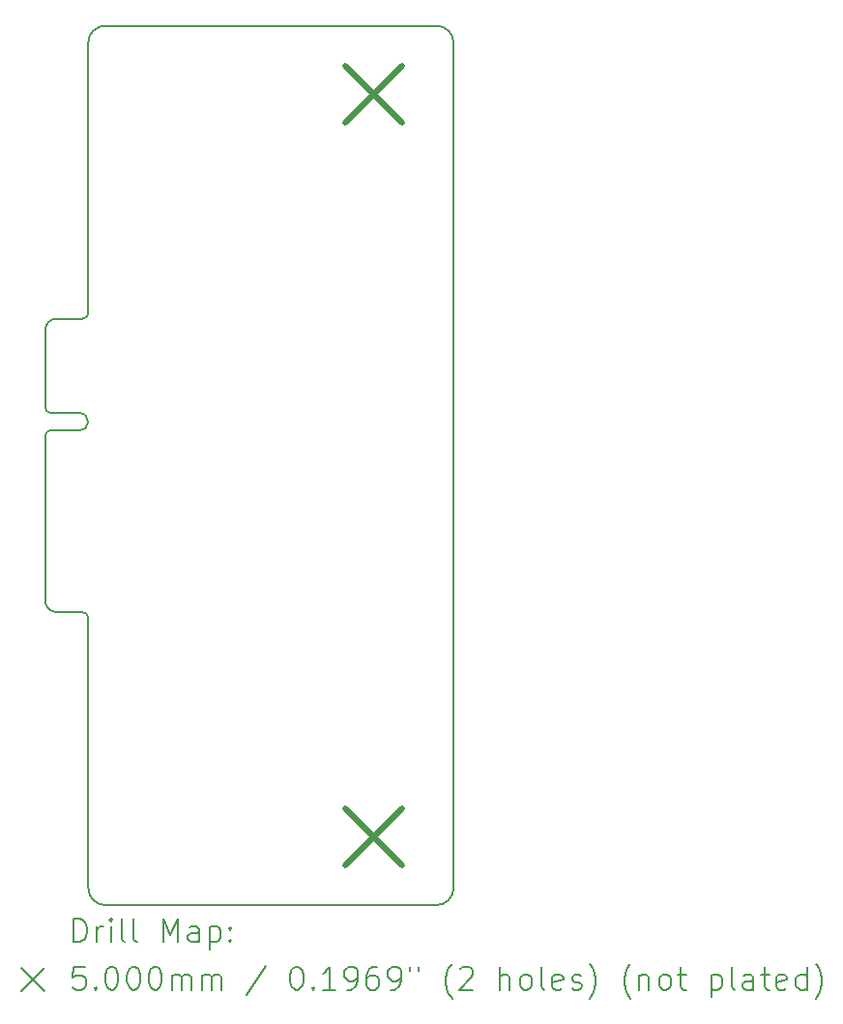
<source format=gbr>
%TF.GenerationSoftware,KiCad,Pcbnew,9.0.2*%
%TF.CreationDate,2025-06-24T15:08:36-04:00*%
%TF.ProjectId,uconsole-expansion-card-template,75636f6e-736f-46c6-952d-657870616e73,0.1*%
%TF.SameCoordinates,Original*%
%TF.FileFunction,Drillmap*%
%TF.FilePolarity,Positive*%
%FSLAX45Y45*%
G04 Gerber Fmt 4.5, Leading zero omitted, Abs format (unit mm)*
G04 Created by KiCad (PCBNEW 9.0.2) date 2025-06-24 15:08:36*
%MOMM*%
%LPD*%
G01*
G04 APERTURE LIST*
%ADD10C,0.200000*%
%ADD11C,0.500000*%
G04 APERTURE END LIST*
D10*
X8361500Y-11335000D02*
G75*
G02*
X8261500Y-11235000I0J100000D01*
G01*
X11688500Y-13900000D02*
X8788500Y-13900000D01*
X11688500Y-6200000D02*
G75*
G02*
X11838500Y-6350000I0J-150000D01*
G01*
X8261500Y-8865000D02*
G75*
G02*
X8361500Y-8765000I100000J0D01*
G01*
X8361500Y-8765000D02*
X8588500Y-8765000D01*
X8638500Y-13750000D02*
X8638500Y-11385000D01*
X8638500Y-8715000D02*
X8638500Y-6350000D01*
X8261500Y-11235000D02*
X8261500Y-9792000D01*
X8788500Y-6200000D02*
X11688500Y-6200000D01*
X11838500Y-6350000D02*
X11838500Y-13750000D01*
X8261500Y-9792000D02*
G75*
G02*
X8311500Y-9742000I50000J0D01*
G01*
X8561500Y-9592000D02*
G75*
G02*
X8561500Y-9742000I0J-75000D01*
G01*
X8638500Y-8715000D02*
G75*
G02*
X8588500Y-8765000I-50000J0D01*
G01*
X8561500Y-9742000D02*
X8311500Y-9742000D01*
X8311500Y-9592000D02*
G75*
G02*
X8261500Y-9542000I0J50000D01*
G01*
X8638500Y-6350000D02*
G75*
G02*
X8788500Y-6200000I150000J0D01*
G01*
X8261500Y-9542000D02*
X8261500Y-8865000D01*
X8588500Y-11335000D02*
G75*
G02*
X8638500Y-11385000I0J-50000D01*
G01*
X8588500Y-11335000D02*
X8361500Y-11335000D01*
X8311500Y-9592000D02*
X8561500Y-9592000D01*
X8788500Y-13900000D02*
G75*
G02*
X8638500Y-13750000I0J150000D01*
G01*
X11838500Y-13750000D02*
G75*
G02*
X11688500Y-13900000I-150000J0D01*
G01*
D11*
X10888500Y-6550000D02*
X11388500Y-7050000D01*
X11388500Y-6550000D02*
X10888500Y-7050000D01*
X10888500Y-13050000D02*
X11388500Y-13550000D01*
X11388500Y-13050000D02*
X10888500Y-13550000D01*
D10*
X8512277Y-14221484D02*
X8512277Y-14021484D01*
X8512277Y-14021484D02*
X8559896Y-14021484D01*
X8559896Y-14021484D02*
X8588467Y-14031008D01*
X8588467Y-14031008D02*
X8607515Y-14050055D01*
X8607515Y-14050055D02*
X8617039Y-14069103D01*
X8617039Y-14069103D02*
X8626563Y-14107198D01*
X8626563Y-14107198D02*
X8626563Y-14135769D01*
X8626563Y-14135769D02*
X8617039Y-14173865D01*
X8617039Y-14173865D02*
X8607515Y-14192912D01*
X8607515Y-14192912D02*
X8588467Y-14211960D01*
X8588467Y-14211960D02*
X8559896Y-14221484D01*
X8559896Y-14221484D02*
X8512277Y-14221484D01*
X8712277Y-14221484D02*
X8712277Y-14088150D01*
X8712277Y-14126246D02*
X8721801Y-14107198D01*
X8721801Y-14107198D02*
X8731324Y-14097674D01*
X8731324Y-14097674D02*
X8750372Y-14088150D01*
X8750372Y-14088150D02*
X8769420Y-14088150D01*
X8836086Y-14221484D02*
X8836086Y-14088150D01*
X8836086Y-14021484D02*
X8826563Y-14031008D01*
X8826563Y-14031008D02*
X8836086Y-14040531D01*
X8836086Y-14040531D02*
X8845610Y-14031008D01*
X8845610Y-14031008D02*
X8836086Y-14021484D01*
X8836086Y-14021484D02*
X8836086Y-14040531D01*
X8959896Y-14221484D02*
X8940848Y-14211960D01*
X8940848Y-14211960D02*
X8931324Y-14192912D01*
X8931324Y-14192912D02*
X8931324Y-14021484D01*
X9064658Y-14221484D02*
X9045610Y-14211960D01*
X9045610Y-14211960D02*
X9036086Y-14192912D01*
X9036086Y-14192912D02*
X9036086Y-14021484D01*
X9293229Y-14221484D02*
X9293229Y-14021484D01*
X9293229Y-14021484D02*
X9359896Y-14164341D01*
X9359896Y-14164341D02*
X9426563Y-14021484D01*
X9426563Y-14021484D02*
X9426563Y-14221484D01*
X9607515Y-14221484D02*
X9607515Y-14116722D01*
X9607515Y-14116722D02*
X9597991Y-14097674D01*
X9597991Y-14097674D02*
X9578944Y-14088150D01*
X9578944Y-14088150D02*
X9540848Y-14088150D01*
X9540848Y-14088150D02*
X9521801Y-14097674D01*
X9607515Y-14211960D02*
X9588467Y-14221484D01*
X9588467Y-14221484D02*
X9540848Y-14221484D01*
X9540848Y-14221484D02*
X9521801Y-14211960D01*
X9521801Y-14211960D02*
X9512277Y-14192912D01*
X9512277Y-14192912D02*
X9512277Y-14173865D01*
X9512277Y-14173865D02*
X9521801Y-14154817D01*
X9521801Y-14154817D02*
X9540848Y-14145293D01*
X9540848Y-14145293D02*
X9588467Y-14145293D01*
X9588467Y-14145293D02*
X9607515Y-14135769D01*
X9702753Y-14088150D02*
X9702753Y-14288150D01*
X9702753Y-14097674D02*
X9721801Y-14088150D01*
X9721801Y-14088150D02*
X9759896Y-14088150D01*
X9759896Y-14088150D02*
X9778944Y-14097674D01*
X9778944Y-14097674D02*
X9788467Y-14107198D01*
X9788467Y-14107198D02*
X9797991Y-14126246D01*
X9797991Y-14126246D02*
X9797991Y-14183388D01*
X9797991Y-14183388D02*
X9788467Y-14202436D01*
X9788467Y-14202436D02*
X9778944Y-14211960D01*
X9778944Y-14211960D02*
X9759896Y-14221484D01*
X9759896Y-14221484D02*
X9721801Y-14221484D01*
X9721801Y-14221484D02*
X9702753Y-14211960D01*
X9883705Y-14202436D02*
X9893229Y-14211960D01*
X9893229Y-14211960D02*
X9883705Y-14221484D01*
X9883705Y-14221484D02*
X9874182Y-14211960D01*
X9874182Y-14211960D02*
X9883705Y-14202436D01*
X9883705Y-14202436D02*
X9883705Y-14221484D01*
X9883705Y-14097674D02*
X9893229Y-14107198D01*
X9893229Y-14107198D02*
X9883705Y-14116722D01*
X9883705Y-14116722D02*
X9874182Y-14107198D01*
X9874182Y-14107198D02*
X9883705Y-14097674D01*
X9883705Y-14097674D02*
X9883705Y-14116722D01*
X8051500Y-14450000D02*
X8251500Y-14650000D01*
X8251500Y-14450000D02*
X8051500Y-14650000D01*
X8607515Y-14441484D02*
X8512277Y-14441484D01*
X8512277Y-14441484D02*
X8502753Y-14536722D01*
X8502753Y-14536722D02*
X8512277Y-14527198D01*
X8512277Y-14527198D02*
X8531324Y-14517674D01*
X8531324Y-14517674D02*
X8578944Y-14517674D01*
X8578944Y-14517674D02*
X8597991Y-14527198D01*
X8597991Y-14527198D02*
X8607515Y-14536722D01*
X8607515Y-14536722D02*
X8617039Y-14555769D01*
X8617039Y-14555769D02*
X8617039Y-14603388D01*
X8617039Y-14603388D02*
X8607515Y-14622436D01*
X8607515Y-14622436D02*
X8597991Y-14631960D01*
X8597991Y-14631960D02*
X8578944Y-14641484D01*
X8578944Y-14641484D02*
X8531324Y-14641484D01*
X8531324Y-14641484D02*
X8512277Y-14631960D01*
X8512277Y-14631960D02*
X8502753Y-14622436D01*
X8702753Y-14622436D02*
X8712277Y-14631960D01*
X8712277Y-14631960D02*
X8702753Y-14641484D01*
X8702753Y-14641484D02*
X8693229Y-14631960D01*
X8693229Y-14631960D02*
X8702753Y-14622436D01*
X8702753Y-14622436D02*
X8702753Y-14641484D01*
X8836086Y-14441484D02*
X8855134Y-14441484D01*
X8855134Y-14441484D02*
X8874182Y-14451008D01*
X8874182Y-14451008D02*
X8883705Y-14460531D01*
X8883705Y-14460531D02*
X8893229Y-14479579D01*
X8893229Y-14479579D02*
X8902753Y-14517674D01*
X8902753Y-14517674D02*
X8902753Y-14565293D01*
X8902753Y-14565293D02*
X8893229Y-14603388D01*
X8893229Y-14603388D02*
X8883705Y-14622436D01*
X8883705Y-14622436D02*
X8874182Y-14631960D01*
X8874182Y-14631960D02*
X8855134Y-14641484D01*
X8855134Y-14641484D02*
X8836086Y-14641484D01*
X8836086Y-14641484D02*
X8817039Y-14631960D01*
X8817039Y-14631960D02*
X8807515Y-14622436D01*
X8807515Y-14622436D02*
X8797991Y-14603388D01*
X8797991Y-14603388D02*
X8788467Y-14565293D01*
X8788467Y-14565293D02*
X8788467Y-14517674D01*
X8788467Y-14517674D02*
X8797991Y-14479579D01*
X8797991Y-14479579D02*
X8807515Y-14460531D01*
X8807515Y-14460531D02*
X8817039Y-14451008D01*
X8817039Y-14451008D02*
X8836086Y-14441484D01*
X9026563Y-14441484D02*
X9045610Y-14441484D01*
X9045610Y-14441484D02*
X9064658Y-14451008D01*
X9064658Y-14451008D02*
X9074182Y-14460531D01*
X9074182Y-14460531D02*
X9083705Y-14479579D01*
X9083705Y-14479579D02*
X9093229Y-14517674D01*
X9093229Y-14517674D02*
X9093229Y-14565293D01*
X9093229Y-14565293D02*
X9083705Y-14603388D01*
X9083705Y-14603388D02*
X9074182Y-14622436D01*
X9074182Y-14622436D02*
X9064658Y-14631960D01*
X9064658Y-14631960D02*
X9045610Y-14641484D01*
X9045610Y-14641484D02*
X9026563Y-14641484D01*
X9026563Y-14641484D02*
X9007515Y-14631960D01*
X9007515Y-14631960D02*
X8997991Y-14622436D01*
X8997991Y-14622436D02*
X8988467Y-14603388D01*
X8988467Y-14603388D02*
X8978944Y-14565293D01*
X8978944Y-14565293D02*
X8978944Y-14517674D01*
X8978944Y-14517674D02*
X8988467Y-14479579D01*
X8988467Y-14479579D02*
X8997991Y-14460531D01*
X8997991Y-14460531D02*
X9007515Y-14451008D01*
X9007515Y-14451008D02*
X9026563Y-14441484D01*
X9217039Y-14441484D02*
X9236086Y-14441484D01*
X9236086Y-14441484D02*
X9255134Y-14451008D01*
X9255134Y-14451008D02*
X9264658Y-14460531D01*
X9264658Y-14460531D02*
X9274182Y-14479579D01*
X9274182Y-14479579D02*
X9283705Y-14517674D01*
X9283705Y-14517674D02*
X9283705Y-14565293D01*
X9283705Y-14565293D02*
X9274182Y-14603388D01*
X9274182Y-14603388D02*
X9264658Y-14622436D01*
X9264658Y-14622436D02*
X9255134Y-14631960D01*
X9255134Y-14631960D02*
X9236086Y-14641484D01*
X9236086Y-14641484D02*
X9217039Y-14641484D01*
X9217039Y-14641484D02*
X9197991Y-14631960D01*
X9197991Y-14631960D02*
X9188467Y-14622436D01*
X9188467Y-14622436D02*
X9178944Y-14603388D01*
X9178944Y-14603388D02*
X9169420Y-14565293D01*
X9169420Y-14565293D02*
X9169420Y-14517674D01*
X9169420Y-14517674D02*
X9178944Y-14479579D01*
X9178944Y-14479579D02*
X9188467Y-14460531D01*
X9188467Y-14460531D02*
X9197991Y-14451008D01*
X9197991Y-14451008D02*
X9217039Y-14441484D01*
X9369420Y-14641484D02*
X9369420Y-14508150D01*
X9369420Y-14527198D02*
X9378944Y-14517674D01*
X9378944Y-14517674D02*
X9397991Y-14508150D01*
X9397991Y-14508150D02*
X9426563Y-14508150D01*
X9426563Y-14508150D02*
X9445610Y-14517674D01*
X9445610Y-14517674D02*
X9455134Y-14536722D01*
X9455134Y-14536722D02*
X9455134Y-14641484D01*
X9455134Y-14536722D02*
X9464658Y-14517674D01*
X9464658Y-14517674D02*
X9483705Y-14508150D01*
X9483705Y-14508150D02*
X9512277Y-14508150D01*
X9512277Y-14508150D02*
X9531325Y-14517674D01*
X9531325Y-14517674D02*
X9540848Y-14536722D01*
X9540848Y-14536722D02*
X9540848Y-14641484D01*
X9636086Y-14641484D02*
X9636086Y-14508150D01*
X9636086Y-14527198D02*
X9645610Y-14517674D01*
X9645610Y-14517674D02*
X9664658Y-14508150D01*
X9664658Y-14508150D02*
X9693229Y-14508150D01*
X9693229Y-14508150D02*
X9712277Y-14517674D01*
X9712277Y-14517674D02*
X9721801Y-14536722D01*
X9721801Y-14536722D02*
X9721801Y-14641484D01*
X9721801Y-14536722D02*
X9731325Y-14517674D01*
X9731325Y-14517674D02*
X9750372Y-14508150D01*
X9750372Y-14508150D02*
X9778944Y-14508150D01*
X9778944Y-14508150D02*
X9797991Y-14517674D01*
X9797991Y-14517674D02*
X9807515Y-14536722D01*
X9807515Y-14536722D02*
X9807515Y-14641484D01*
X10197991Y-14431960D02*
X10026563Y-14689103D01*
X10455134Y-14441484D02*
X10474182Y-14441484D01*
X10474182Y-14441484D02*
X10493229Y-14451008D01*
X10493229Y-14451008D02*
X10502753Y-14460531D01*
X10502753Y-14460531D02*
X10512277Y-14479579D01*
X10512277Y-14479579D02*
X10521801Y-14517674D01*
X10521801Y-14517674D02*
X10521801Y-14565293D01*
X10521801Y-14565293D02*
X10512277Y-14603388D01*
X10512277Y-14603388D02*
X10502753Y-14622436D01*
X10502753Y-14622436D02*
X10493229Y-14631960D01*
X10493229Y-14631960D02*
X10474182Y-14641484D01*
X10474182Y-14641484D02*
X10455134Y-14641484D01*
X10455134Y-14641484D02*
X10436087Y-14631960D01*
X10436087Y-14631960D02*
X10426563Y-14622436D01*
X10426563Y-14622436D02*
X10417039Y-14603388D01*
X10417039Y-14603388D02*
X10407515Y-14565293D01*
X10407515Y-14565293D02*
X10407515Y-14517674D01*
X10407515Y-14517674D02*
X10417039Y-14479579D01*
X10417039Y-14479579D02*
X10426563Y-14460531D01*
X10426563Y-14460531D02*
X10436087Y-14451008D01*
X10436087Y-14451008D02*
X10455134Y-14441484D01*
X10607515Y-14622436D02*
X10617039Y-14631960D01*
X10617039Y-14631960D02*
X10607515Y-14641484D01*
X10607515Y-14641484D02*
X10597991Y-14631960D01*
X10597991Y-14631960D02*
X10607515Y-14622436D01*
X10607515Y-14622436D02*
X10607515Y-14641484D01*
X10807515Y-14641484D02*
X10693229Y-14641484D01*
X10750372Y-14641484D02*
X10750372Y-14441484D01*
X10750372Y-14441484D02*
X10731325Y-14470055D01*
X10731325Y-14470055D02*
X10712277Y-14489103D01*
X10712277Y-14489103D02*
X10693229Y-14498627D01*
X10902753Y-14641484D02*
X10940848Y-14641484D01*
X10940848Y-14641484D02*
X10959896Y-14631960D01*
X10959896Y-14631960D02*
X10969420Y-14622436D01*
X10969420Y-14622436D02*
X10988468Y-14593865D01*
X10988468Y-14593865D02*
X10997991Y-14555769D01*
X10997991Y-14555769D02*
X10997991Y-14479579D01*
X10997991Y-14479579D02*
X10988468Y-14460531D01*
X10988468Y-14460531D02*
X10978944Y-14451008D01*
X10978944Y-14451008D02*
X10959896Y-14441484D01*
X10959896Y-14441484D02*
X10921801Y-14441484D01*
X10921801Y-14441484D02*
X10902753Y-14451008D01*
X10902753Y-14451008D02*
X10893229Y-14460531D01*
X10893229Y-14460531D02*
X10883706Y-14479579D01*
X10883706Y-14479579D02*
X10883706Y-14527198D01*
X10883706Y-14527198D02*
X10893229Y-14546246D01*
X10893229Y-14546246D02*
X10902753Y-14555769D01*
X10902753Y-14555769D02*
X10921801Y-14565293D01*
X10921801Y-14565293D02*
X10959896Y-14565293D01*
X10959896Y-14565293D02*
X10978944Y-14555769D01*
X10978944Y-14555769D02*
X10988468Y-14546246D01*
X10988468Y-14546246D02*
X10997991Y-14527198D01*
X11169420Y-14441484D02*
X11131325Y-14441484D01*
X11131325Y-14441484D02*
X11112277Y-14451008D01*
X11112277Y-14451008D02*
X11102753Y-14460531D01*
X11102753Y-14460531D02*
X11083706Y-14489103D01*
X11083706Y-14489103D02*
X11074182Y-14527198D01*
X11074182Y-14527198D02*
X11074182Y-14603388D01*
X11074182Y-14603388D02*
X11083706Y-14622436D01*
X11083706Y-14622436D02*
X11093229Y-14631960D01*
X11093229Y-14631960D02*
X11112277Y-14641484D01*
X11112277Y-14641484D02*
X11150372Y-14641484D01*
X11150372Y-14641484D02*
X11169420Y-14631960D01*
X11169420Y-14631960D02*
X11178944Y-14622436D01*
X11178944Y-14622436D02*
X11188467Y-14603388D01*
X11188467Y-14603388D02*
X11188467Y-14555769D01*
X11188467Y-14555769D02*
X11178944Y-14536722D01*
X11178944Y-14536722D02*
X11169420Y-14527198D01*
X11169420Y-14527198D02*
X11150372Y-14517674D01*
X11150372Y-14517674D02*
X11112277Y-14517674D01*
X11112277Y-14517674D02*
X11093229Y-14527198D01*
X11093229Y-14527198D02*
X11083706Y-14536722D01*
X11083706Y-14536722D02*
X11074182Y-14555769D01*
X11283706Y-14641484D02*
X11321801Y-14641484D01*
X11321801Y-14641484D02*
X11340848Y-14631960D01*
X11340848Y-14631960D02*
X11350372Y-14622436D01*
X11350372Y-14622436D02*
X11369420Y-14593865D01*
X11369420Y-14593865D02*
X11378944Y-14555769D01*
X11378944Y-14555769D02*
X11378944Y-14479579D01*
X11378944Y-14479579D02*
X11369420Y-14460531D01*
X11369420Y-14460531D02*
X11359896Y-14451008D01*
X11359896Y-14451008D02*
X11340848Y-14441484D01*
X11340848Y-14441484D02*
X11302753Y-14441484D01*
X11302753Y-14441484D02*
X11283706Y-14451008D01*
X11283706Y-14451008D02*
X11274182Y-14460531D01*
X11274182Y-14460531D02*
X11264658Y-14479579D01*
X11264658Y-14479579D02*
X11264658Y-14527198D01*
X11264658Y-14527198D02*
X11274182Y-14546246D01*
X11274182Y-14546246D02*
X11283706Y-14555769D01*
X11283706Y-14555769D02*
X11302753Y-14565293D01*
X11302753Y-14565293D02*
X11340848Y-14565293D01*
X11340848Y-14565293D02*
X11359896Y-14555769D01*
X11359896Y-14555769D02*
X11369420Y-14546246D01*
X11369420Y-14546246D02*
X11378944Y-14527198D01*
X11455134Y-14441484D02*
X11455134Y-14479579D01*
X11531325Y-14441484D02*
X11531325Y-14479579D01*
X11826563Y-14717674D02*
X11817039Y-14708150D01*
X11817039Y-14708150D02*
X11797991Y-14679579D01*
X11797991Y-14679579D02*
X11788468Y-14660531D01*
X11788468Y-14660531D02*
X11778944Y-14631960D01*
X11778944Y-14631960D02*
X11769420Y-14584341D01*
X11769420Y-14584341D02*
X11769420Y-14546246D01*
X11769420Y-14546246D02*
X11778944Y-14498627D01*
X11778944Y-14498627D02*
X11788468Y-14470055D01*
X11788468Y-14470055D02*
X11797991Y-14451008D01*
X11797991Y-14451008D02*
X11817039Y-14422436D01*
X11817039Y-14422436D02*
X11826563Y-14412912D01*
X11893229Y-14460531D02*
X11902753Y-14451008D01*
X11902753Y-14451008D02*
X11921801Y-14441484D01*
X11921801Y-14441484D02*
X11969420Y-14441484D01*
X11969420Y-14441484D02*
X11988468Y-14451008D01*
X11988468Y-14451008D02*
X11997991Y-14460531D01*
X11997991Y-14460531D02*
X12007515Y-14479579D01*
X12007515Y-14479579D02*
X12007515Y-14498627D01*
X12007515Y-14498627D02*
X11997991Y-14527198D01*
X11997991Y-14527198D02*
X11883706Y-14641484D01*
X11883706Y-14641484D02*
X12007515Y-14641484D01*
X12245610Y-14641484D02*
X12245610Y-14441484D01*
X12331325Y-14641484D02*
X12331325Y-14536722D01*
X12331325Y-14536722D02*
X12321801Y-14517674D01*
X12321801Y-14517674D02*
X12302753Y-14508150D01*
X12302753Y-14508150D02*
X12274182Y-14508150D01*
X12274182Y-14508150D02*
X12255134Y-14517674D01*
X12255134Y-14517674D02*
X12245610Y-14527198D01*
X12455134Y-14641484D02*
X12436087Y-14631960D01*
X12436087Y-14631960D02*
X12426563Y-14622436D01*
X12426563Y-14622436D02*
X12417039Y-14603388D01*
X12417039Y-14603388D02*
X12417039Y-14546246D01*
X12417039Y-14546246D02*
X12426563Y-14527198D01*
X12426563Y-14527198D02*
X12436087Y-14517674D01*
X12436087Y-14517674D02*
X12455134Y-14508150D01*
X12455134Y-14508150D02*
X12483706Y-14508150D01*
X12483706Y-14508150D02*
X12502753Y-14517674D01*
X12502753Y-14517674D02*
X12512277Y-14527198D01*
X12512277Y-14527198D02*
X12521801Y-14546246D01*
X12521801Y-14546246D02*
X12521801Y-14603388D01*
X12521801Y-14603388D02*
X12512277Y-14622436D01*
X12512277Y-14622436D02*
X12502753Y-14631960D01*
X12502753Y-14631960D02*
X12483706Y-14641484D01*
X12483706Y-14641484D02*
X12455134Y-14641484D01*
X12636087Y-14641484D02*
X12617039Y-14631960D01*
X12617039Y-14631960D02*
X12607515Y-14612912D01*
X12607515Y-14612912D02*
X12607515Y-14441484D01*
X12788468Y-14631960D02*
X12769420Y-14641484D01*
X12769420Y-14641484D02*
X12731325Y-14641484D01*
X12731325Y-14641484D02*
X12712277Y-14631960D01*
X12712277Y-14631960D02*
X12702753Y-14612912D01*
X12702753Y-14612912D02*
X12702753Y-14536722D01*
X12702753Y-14536722D02*
X12712277Y-14517674D01*
X12712277Y-14517674D02*
X12731325Y-14508150D01*
X12731325Y-14508150D02*
X12769420Y-14508150D01*
X12769420Y-14508150D02*
X12788468Y-14517674D01*
X12788468Y-14517674D02*
X12797991Y-14536722D01*
X12797991Y-14536722D02*
X12797991Y-14555769D01*
X12797991Y-14555769D02*
X12702753Y-14574817D01*
X12874182Y-14631960D02*
X12893230Y-14641484D01*
X12893230Y-14641484D02*
X12931325Y-14641484D01*
X12931325Y-14641484D02*
X12950372Y-14631960D01*
X12950372Y-14631960D02*
X12959896Y-14612912D01*
X12959896Y-14612912D02*
X12959896Y-14603388D01*
X12959896Y-14603388D02*
X12950372Y-14584341D01*
X12950372Y-14584341D02*
X12931325Y-14574817D01*
X12931325Y-14574817D02*
X12902753Y-14574817D01*
X12902753Y-14574817D02*
X12883706Y-14565293D01*
X12883706Y-14565293D02*
X12874182Y-14546246D01*
X12874182Y-14546246D02*
X12874182Y-14536722D01*
X12874182Y-14536722D02*
X12883706Y-14517674D01*
X12883706Y-14517674D02*
X12902753Y-14508150D01*
X12902753Y-14508150D02*
X12931325Y-14508150D01*
X12931325Y-14508150D02*
X12950372Y-14517674D01*
X13026563Y-14717674D02*
X13036087Y-14708150D01*
X13036087Y-14708150D02*
X13055134Y-14679579D01*
X13055134Y-14679579D02*
X13064658Y-14660531D01*
X13064658Y-14660531D02*
X13074182Y-14631960D01*
X13074182Y-14631960D02*
X13083706Y-14584341D01*
X13083706Y-14584341D02*
X13083706Y-14546246D01*
X13083706Y-14546246D02*
X13074182Y-14498627D01*
X13074182Y-14498627D02*
X13064658Y-14470055D01*
X13064658Y-14470055D02*
X13055134Y-14451008D01*
X13055134Y-14451008D02*
X13036087Y-14422436D01*
X13036087Y-14422436D02*
X13026563Y-14412912D01*
X13388468Y-14717674D02*
X13378944Y-14708150D01*
X13378944Y-14708150D02*
X13359896Y-14679579D01*
X13359896Y-14679579D02*
X13350372Y-14660531D01*
X13350372Y-14660531D02*
X13340849Y-14631960D01*
X13340849Y-14631960D02*
X13331325Y-14584341D01*
X13331325Y-14584341D02*
X13331325Y-14546246D01*
X13331325Y-14546246D02*
X13340849Y-14498627D01*
X13340849Y-14498627D02*
X13350372Y-14470055D01*
X13350372Y-14470055D02*
X13359896Y-14451008D01*
X13359896Y-14451008D02*
X13378944Y-14422436D01*
X13378944Y-14422436D02*
X13388468Y-14412912D01*
X13464658Y-14508150D02*
X13464658Y-14641484D01*
X13464658Y-14527198D02*
X13474182Y-14517674D01*
X13474182Y-14517674D02*
X13493230Y-14508150D01*
X13493230Y-14508150D02*
X13521801Y-14508150D01*
X13521801Y-14508150D02*
X13540849Y-14517674D01*
X13540849Y-14517674D02*
X13550372Y-14536722D01*
X13550372Y-14536722D02*
X13550372Y-14641484D01*
X13674182Y-14641484D02*
X13655134Y-14631960D01*
X13655134Y-14631960D02*
X13645611Y-14622436D01*
X13645611Y-14622436D02*
X13636087Y-14603388D01*
X13636087Y-14603388D02*
X13636087Y-14546246D01*
X13636087Y-14546246D02*
X13645611Y-14527198D01*
X13645611Y-14527198D02*
X13655134Y-14517674D01*
X13655134Y-14517674D02*
X13674182Y-14508150D01*
X13674182Y-14508150D02*
X13702753Y-14508150D01*
X13702753Y-14508150D02*
X13721801Y-14517674D01*
X13721801Y-14517674D02*
X13731325Y-14527198D01*
X13731325Y-14527198D02*
X13740849Y-14546246D01*
X13740849Y-14546246D02*
X13740849Y-14603388D01*
X13740849Y-14603388D02*
X13731325Y-14622436D01*
X13731325Y-14622436D02*
X13721801Y-14631960D01*
X13721801Y-14631960D02*
X13702753Y-14641484D01*
X13702753Y-14641484D02*
X13674182Y-14641484D01*
X13797992Y-14508150D02*
X13874182Y-14508150D01*
X13826563Y-14441484D02*
X13826563Y-14612912D01*
X13826563Y-14612912D02*
X13836087Y-14631960D01*
X13836087Y-14631960D02*
X13855134Y-14641484D01*
X13855134Y-14641484D02*
X13874182Y-14641484D01*
X14093230Y-14508150D02*
X14093230Y-14708150D01*
X14093230Y-14517674D02*
X14112277Y-14508150D01*
X14112277Y-14508150D02*
X14150373Y-14508150D01*
X14150373Y-14508150D02*
X14169420Y-14517674D01*
X14169420Y-14517674D02*
X14178944Y-14527198D01*
X14178944Y-14527198D02*
X14188468Y-14546246D01*
X14188468Y-14546246D02*
X14188468Y-14603388D01*
X14188468Y-14603388D02*
X14178944Y-14622436D01*
X14178944Y-14622436D02*
X14169420Y-14631960D01*
X14169420Y-14631960D02*
X14150373Y-14641484D01*
X14150373Y-14641484D02*
X14112277Y-14641484D01*
X14112277Y-14641484D02*
X14093230Y-14631960D01*
X14302753Y-14641484D02*
X14283706Y-14631960D01*
X14283706Y-14631960D02*
X14274182Y-14612912D01*
X14274182Y-14612912D02*
X14274182Y-14441484D01*
X14464658Y-14641484D02*
X14464658Y-14536722D01*
X14464658Y-14536722D02*
X14455134Y-14517674D01*
X14455134Y-14517674D02*
X14436087Y-14508150D01*
X14436087Y-14508150D02*
X14397992Y-14508150D01*
X14397992Y-14508150D02*
X14378944Y-14517674D01*
X14464658Y-14631960D02*
X14445611Y-14641484D01*
X14445611Y-14641484D02*
X14397992Y-14641484D01*
X14397992Y-14641484D02*
X14378944Y-14631960D01*
X14378944Y-14631960D02*
X14369420Y-14612912D01*
X14369420Y-14612912D02*
X14369420Y-14593865D01*
X14369420Y-14593865D02*
X14378944Y-14574817D01*
X14378944Y-14574817D02*
X14397992Y-14565293D01*
X14397992Y-14565293D02*
X14445611Y-14565293D01*
X14445611Y-14565293D02*
X14464658Y-14555769D01*
X14531325Y-14508150D02*
X14607515Y-14508150D01*
X14559896Y-14441484D02*
X14559896Y-14612912D01*
X14559896Y-14612912D02*
X14569420Y-14631960D01*
X14569420Y-14631960D02*
X14588468Y-14641484D01*
X14588468Y-14641484D02*
X14607515Y-14641484D01*
X14750373Y-14631960D02*
X14731325Y-14641484D01*
X14731325Y-14641484D02*
X14693230Y-14641484D01*
X14693230Y-14641484D02*
X14674182Y-14631960D01*
X14674182Y-14631960D02*
X14664658Y-14612912D01*
X14664658Y-14612912D02*
X14664658Y-14536722D01*
X14664658Y-14536722D02*
X14674182Y-14517674D01*
X14674182Y-14517674D02*
X14693230Y-14508150D01*
X14693230Y-14508150D02*
X14731325Y-14508150D01*
X14731325Y-14508150D02*
X14750373Y-14517674D01*
X14750373Y-14517674D02*
X14759896Y-14536722D01*
X14759896Y-14536722D02*
X14759896Y-14555769D01*
X14759896Y-14555769D02*
X14664658Y-14574817D01*
X14931325Y-14641484D02*
X14931325Y-14441484D01*
X14931325Y-14631960D02*
X14912277Y-14641484D01*
X14912277Y-14641484D02*
X14874182Y-14641484D01*
X14874182Y-14641484D02*
X14855134Y-14631960D01*
X14855134Y-14631960D02*
X14845611Y-14622436D01*
X14845611Y-14622436D02*
X14836087Y-14603388D01*
X14836087Y-14603388D02*
X14836087Y-14546246D01*
X14836087Y-14546246D02*
X14845611Y-14527198D01*
X14845611Y-14527198D02*
X14855134Y-14517674D01*
X14855134Y-14517674D02*
X14874182Y-14508150D01*
X14874182Y-14508150D02*
X14912277Y-14508150D01*
X14912277Y-14508150D02*
X14931325Y-14517674D01*
X15007515Y-14717674D02*
X15017039Y-14708150D01*
X15017039Y-14708150D02*
X15036087Y-14679579D01*
X15036087Y-14679579D02*
X15045611Y-14660531D01*
X15045611Y-14660531D02*
X15055134Y-14631960D01*
X15055134Y-14631960D02*
X15064658Y-14584341D01*
X15064658Y-14584341D02*
X15064658Y-14546246D01*
X15064658Y-14546246D02*
X15055134Y-14498627D01*
X15055134Y-14498627D02*
X15045611Y-14470055D01*
X15045611Y-14470055D02*
X15036087Y-14451008D01*
X15036087Y-14451008D02*
X15017039Y-14422436D01*
X15017039Y-14422436D02*
X15007515Y-14412912D01*
M02*

</source>
